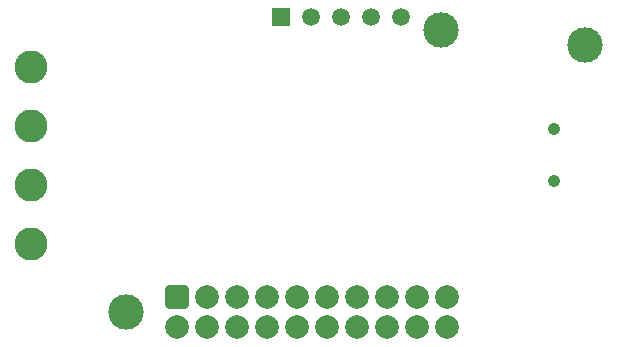
<source format=gbs>
%FSLAX44Y44*%
%MOMM*%
G71*
G01*
G75*
G04 Layer_Color=16711935*
G04:AMPARAMS|DCode=10|XSize=1.05mm|YSize=0.65mm|CornerRadius=0.2015mm|HoleSize=0mm|Usage=FLASHONLY|Rotation=180.000|XOffset=0mm|YOffset=0mm|HoleType=Round|Shape=RoundedRectangle|*
%AMROUNDEDRECTD10*
21,1,1.0500,0.2470,0,0,180.0*
21,1,0.6470,0.6500,0,0,180.0*
1,1,0.4030,-0.3235,0.1235*
1,1,0.4030,0.3235,0.1235*
1,1,0.4030,0.3235,-0.1235*
1,1,0.4030,-0.3235,-0.1235*
%
%ADD10ROUNDEDRECTD10*%
G04:AMPARAMS|DCode=11|XSize=1.45mm|YSize=0.95mm|CornerRadius=0.1995mm|HoleSize=0mm|Usage=FLASHONLY|Rotation=90.000|XOffset=0mm|YOffset=0mm|HoleType=Round|Shape=RoundedRectangle|*
%AMROUNDEDRECTD11*
21,1,1.4500,0.5510,0,0,90.0*
21,1,1.0510,0.9500,0,0,90.0*
1,1,0.3990,0.2755,0.5255*
1,1,0.3990,0.2755,-0.5255*
1,1,0.3990,-0.2755,-0.5255*
1,1,0.3990,-0.2755,0.5255*
%
%ADD11ROUNDEDRECTD11*%
G04:AMPARAMS|DCode=12|XSize=1.45mm|YSize=1.15mm|CornerRadius=0.2013mm|HoleSize=0mm|Usage=FLASHONLY|Rotation=270.000|XOffset=0mm|YOffset=0mm|HoleType=Round|Shape=RoundedRectangle|*
%AMROUNDEDRECTD12*
21,1,1.4500,0.7475,0,0,270.0*
21,1,1.0475,1.1500,0,0,270.0*
1,1,0.4025,-0.3738,-0.5238*
1,1,0.4025,-0.3738,0.5238*
1,1,0.4025,0.3738,0.5238*
1,1,0.4025,0.3738,-0.5238*
%
%ADD12ROUNDEDRECTD12*%
G04:AMPARAMS|DCode=13|XSize=1.45mm|YSize=0.95mm|CornerRadius=0.1995mm|HoleSize=0mm|Usage=FLASHONLY|Rotation=0.000|XOffset=0mm|YOffset=0mm|HoleType=Round|Shape=RoundedRectangle|*
%AMROUNDEDRECTD13*
21,1,1.4500,0.5510,0,0,0.0*
21,1,1.0510,0.9500,0,0,0.0*
1,1,0.3990,0.5255,-0.2755*
1,1,0.3990,-0.5255,-0.2755*
1,1,0.3990,-0.5255,0.2755*
1,1,0.3990,0.5255,0.2755*
%
%ADD13ROUNDEDRECTD13*%
G04:AMPARAMS|DCode=14|XSize=1.1mm|YSize=0.7mm|CornerRadius=0.2345mm|HoleSize=0mm|Usage=FLASHONLY|Rotation=270.000|XOffset=0mm|YOffset=0mm|HoleType=Round|Shape=RoundedRectangle|*
%AMROUNDEDRECTD14*
21,1,1.1000,0.2310,0,0,270.0*
21,1,0.6310,0.7000,0,0,270.0*
1,1,0.4690,-0.1155,-0.3155*
1,1,0.4690,-0.1155,0.3155*
1,1,0.4690,0.1155,0.3155*
1,1,0.4690,0.1155,-0.3155*
%
%ADD14ROUNDEDRECTD14*%
G04:AMPARAMS|DCode=15|XSize=1.1mm|YSize=0.6mm|CornerRadius=0.201mm|HoleSize=0mm|Usage=FLASHONLY|Rotation=270.000|XOffset=0mm|YOffset=0mm|HoleType=Round|Shape=RoundedRectangle|*
%AMROUNDEDRECTD15*
21,1,1.1000,0.1980,0,0,270.0*
21,1,0.6980,0.6000,0,0,270.0*
1,1,0.4020,-0.0990,-0.3490*
1,1,0.4020,-0.0990,0.3490*
1,1,0.4020,0.0990,0.3490*
1,1,0.4020,0.0990,-0.3490*
%
%ADD15ROUNDEDRECTD15*%
G04:AMPARAMS|DCode=16|XSize=2.3mm|YSize=0.5mm|CornerRadius=0.2mm|HoleSize=0mm|Usage=FLASHONLY|Rotation=180.000|XOffset=0mm|YOffset=0mm|HoleType=Round|Shape=RoundedRectangle|*
%AMROUNDEDRECTD16*
21,1,2.3000,0.1000,0,0,180.0*
21,1,1.9000,0.5000,0,0,180.0*
1,1,0.4000,-0.9500,0.0500*
1,1,0.4000,0.9500,0.0500*
1,1,0.4000,0.9500,-0.0500*
1,1,0.4000,-0.9500,-0.0500*
%
%ADD16ROUNDEDRECTD16*%
G04:AMPARAMS|DCode=17|XSize=2.5mm|YSize=2mm|CornerRadius=0.2mm|HoleSize=0mm|Usage=FLASHONLY|Rotation=180.000|XOffset=0mm|YOffset=0mm|HoleType=Round|Shape=RoundedRectangle|*
%AMROUNDEDRECTD17*
21,1,2.5000,1.6000,0,0,180.0*
21,1,2.1000,2.0000,0,0,180.0*
1,1,0.4000,-1.0500,0.8000*
1,1,0.4000,1.0500,0.8000*
1,1,0.4000,1.0500,-0.8000*
1,1,0.4000,-1.0500,-0.8000*
%
%ADD17ROUNDEDRECTD17*%
G04:AMPARAMS|DCode=18|XSize=1.45mm|YSize=1.15mm|CornerRadius=0.2013mm|HoleSize=0mm|Usage=FLASHONLY|Rotation=0.000|XOffset=0mm|YOffset=0mm|HoleType=Round|Shape=RoundedRectangle|*
%AMROUNDEDRECTD18*
21,1,1.4500,0.7475,0,0,0.0*
21,1,1.0475,1.1500,0,0,0.0*
1,1,0.4025,0.5238,-0.3738*
1,1,0.4025,-0.5238,-0.3738*
1,1,0.4025,-0.5238,0.3738*
1,1,0.4025,0.5238,0.3738*
%
%ADD18ROUNDEDRECTD18*%
G04:AMPARAMS|DCode=19|XSize=1.75mm|YSize=1.05mm|CornerRadius=0.1995mm|HoleSize=0mm|Usage=FLASHONLY|Rotation=270.000|XOffset=0mm|YOffset=0mm|HoleType=Round|Shape=RoundedRectangle|*
%AMROUNDEDRECTD19*
21,1,1.7500,0.6510,0,0,270.0*
21,1,1.3510,1.0500,0,0,270.0*
1,1,0.3990,-0.3255,-0.6755*
1,1,0.3990,-0.3255,0.6755*
1,1,0.3990,0.3255,0.6755*
1,1,0.3990,0.3255,-0.6755*
%
%ADD19ROUNDEDRECTD19*%
G04:AMPARAMS|DCode=20|XSize=1.05mm|YSize=0.65mm|CornerRadius=0.2015mm|HoleSize=0mm|Usage=FLASHONLY|Rotation=90.000|XOffset=0mm|YOffset=0mm|HoleType=Round|Shape=RoundedRectangle|*
%AMROUNDEDRECTD20*
21,1,1.0500,0.2470,0,0,90.0*
21,1,0.6470,0.6500,0,0,90.0*
1,1,0.4030,0.1235,0.3235*
1,1,0.4030,0.1235,-0.3235*
1,1,0.4030,-0.1235,-0.3235*
1,1,0.4030,-0.1235,0.3235*
%
%ADD20ROUNDEDRECTD20*%
%ADD21O,1.5500X0.6000*%
G04:AMPARAMS|DCode=22|XSize=1.25mm|YSize=0.6mm|CornerRadius=0.201mm|HoleSize=0mm|Usage=FLASHONLY|Rotation=180.000|XOffset=0mm|YOffset=0mm|HoleType=Round|Shape=RoundedRectangle|*
%AMROUNDEDRECTD22*
21,1,1.2500,0.1980,0,0,180.0*
21,1,0.8480,0.6000,0,0,180.0*
1,1,0.4020,-0.4240,0.0990*
1,1,0.4020,0.4240,0.0990*
1,1,0.4020,0.4240,-0.0990*
1,1,0.4020,-0.4240,-0.0990*
%
%ADD22ROUNDEDRECTD22*%
G04:AMPARAMS|DCode=23|XSize=1mm|YSize=0.75mm|CornerRadius=0.1988mm|HoleSize=0mm|Usage=FLASHONLY|Rotation=180.000|XOffset=0mm|YOffset=0mm|HoleType=Round|Shape=RoundedRectangle|*
%AMROUNDEDRECTD23*
21,1,1.0000,0.3525,0,0,180.0*
21,1,0.6025,0.7500,0,0,180.0*
1,1,0.3975,-0.3013,0.1762*
1,1,0.3975,0.3013,0.1762*
1,1,0.3975,0.3013,-0.1762*
1,1,0.3975,-0.3013,-0.1762*
%
%ADD23ROUNDEDRECTD23*%
%ADD24O,2.0000X0.6000*%
%ADD25C,0.5000*%
%ADD26C,0.2500*%
%ADD27C,0.4000*%
%ADD28C,0.3000*%
%ADD29C,2.8000*%
%ADD30C,0.5000*%
%ADD31C,1.8500*%
G04:AMPARAMS|DCode=32|XSize=1.85mm|YSize=1.85mm|CornerRadius=0.2035mm|HoleSize=0mm|Usage=FLASHONLY|Rotation=0.000|XOffset=0mm|YOffset=0mm|HoleType=Round|Shape=RoundedRectangle|*
%AMROUNDEDRECTD32*
21,1,1.8500,1.4430,0,0,0.0*
21,1,1.4430,1.8500,0,0,0.0*
1,1,0.4070,0.7215,-0.7215*
1,1,0.4070,-0.7215,-0.7215*
1,1,0.4070,-0.7215,0.7215*
1,1,0.4070,0.7215,0.7215*
%
%ADD32ROUNDEDRECTD32*%
%ADD33C,2.6500*%
%ADD34C,1.3000*%
%ADD35R,1.3000X1.3000*%
%ADD36C,1.0000*%
%ADD37C,0.1500*%
%ADD38C,0.2000*%
%ADD39C,0.1000*%
G04:AMPARAMS|DCode=40|XSize=1.2mm|YSize=0.8mm|CornerRadius=0.2765mm|HoleSize=0mm|Usage=FLASHONLY|Rotation=180.000|XOffset=0mm|YOffset=0mm|HoleType=Round|Shape=RoundedRectangle|*
%AMROUNDEDRECTD40*
21,1,1.2000,0.2470,0,0,180.0*
21,1,0.6470,0.8000,0,0,180.0*
1,1,0.5530,-0.3235,0.1235*
1,1,0.5530,0.3235,0.1235*
1,1,0.5530,0.3235,-0.1235*
1,1,0.5530,-0.3235,-0.1235*
%
%ADD40ROUNDEDRECTD40*%
G04:AMPARAMS|DCode=41|XSize=1.6mm|YSize=1.1mm|CornerRadius=0.2745mm|HoleSize=0mm|Usage=FLASHONLY|Rotation=90.000|XOffset=0mm|YOffset=0mm|HoleType=Round|Shape=RoundedRectangle|*
%AMROUNDEDRECTD41*
21,1,1.6000,0.5510,0,0,90.0*
21,1,1.0510,1.1000,0,0,90.0*
1,1,0.5490,0.2755,0.5255*
1,1,0.5490,0.2755,-0.5255*
1,1,0.5490,-0.2755,-0.5255*
1,1,0.5490,-0.2755,0.5255*
%
%ADD41ROUNDEDRECTD41*%
G04:AMPARAMS|DCode=42|XSize=1.6mm|YSize=1.3mm|CornerRadius=0.2763mm|HoleSize=0mm|Usage=FLASHONLY|Rotation=270.000|XOffset=0mm|YOffset=0mm|HoleType=Round|Shape=RoundedRectangle|*
%AMROUNDEDRECTD42*
21,1,1.6000,0.7475,0,0,270.0*
21,1,1.0475,1.3000,0,0,270.0*
1,1,0.5525,-0.3738,-0.5238*
1,1,0.5525,-0.3738,0.5238*
1,1,0.5525,0.3738,0.5238*
1,1,0.5525,0.3738,-0.5238*
%
%ADD42ROUNDEDRECTD42*%
G04:AMPARAMS|DCode=43|XSize=1.6mm|YSize=1.1mm|CornerRadius=0.2745mm|HoleSize=0mm|Usage=FLASHONLY|Rotation=0.000|XOffset=0mm|YOffset=0mm|HoleType=Round|Shape=RoundedRectangle|*
%AMROUNDEDRECTD43*
21,1,1.6000,0.5510,0,0,0.0*
21,1,1.0510,1.1000,0,0,0.0*
1,1,0.5490,0.5255,-0.2755*
1,1,0.5490,-0.5255,-0.2755*
1,1,0.5490,-0.5255,0.2755*
1,1,0.5490,0.5255,0.2755*
%
%ADD43ROUNDEDRECTD43*%
G04:AMPARAMS|DCode=44|XSize=1.25mm|YSize=0.85mm|CornerRadius=0.3095mm|HoleSize=0mm|Usage=FLASHONLY|Rotation=270.000|XOffset=0mm|YOffset=0mm|HoleType=Round|Shape=RoundedRectangle|*
%AMROUNDEDRECTD44*
21,1,1.2500,0.2310,0,0,270.0*
21,1,0.6310,0.8500,0,0,270.0*
1,1,0.6190,-0.1155,-0.3155*
1,1,0.6190,-0.1155,0.3155*
1,1,0.6190,0.1155,0.3155*
1,1,0.6190,0.1155,-0.3155*
%
%ADD44ROUNDEDRECTD44*%
G04:AMPARAMS|DCode=45|XSize=1.25mm|YSize=0.75mm|CornerRadius=0.276mm|HoleSize=0mm|Usage=FLASHONLY|Rotation=270.000|XOffset=0mm|YOffset=0mm|HoleType=Round|Shape=RoundedRectangle|*
%AMROUNDEDRECTD45*
21,1,1.2500,0.1980,0,0,270.0*
21,1,0.6980,0.7500,0,0,270.0*
1,1,0.5520,-0.0990,-0.3490*
1,1,0.5520,-0.0990,0.3490*
1,1,0.5520,0.0990,0.3490*
1,1,0.5520,0.0990,-0.3490*
%
%ADD45ROUNDEDRECTD45*%
G04:AMPARAMS|DCode=46|XSize=2.45mm|YSize=0.65mm|CornerRadius=0.275mm|HoleSize=0mm|Usage=FLASHONLY|Rotation=180.000|XOffset=0mm|YOffset=0mm|HoleType=Round|Shape=RoundedRectangle|*
%AMROUNDEDRECTD46*
21,1,2.4500,0.1000,0,0,180.0*
21,1,1.9000,0.6500,0,0,180.0*
1,1,0.5500,-0.9500,0.0500*
1,1,0.5500,0.9500,0.0500*
1,1,0.5500,0.9500,-0.0500*
1,1,0.5500,-0.9500,-0.0500*
%
%ADD46ROUNDEDRECTD46*%
G04:AMPARAMS|DCode=47|XSize=2.65mm|YSize=2.15mm|CornerRadius=0.275mm|HoleSize=0mm|Usage=FLASHONLY|Rotation=180.000|XOffset=0mm|YOffset=0mm|HoleType=Round|Shape=RoundedRectangle|*
%AMROUNDEDRECTD47*
21,1,2.6500,1.6000,0,0,180.0*
21,1,2.1000,2.1500,0,0,180.0*
1,1,0.5500,-1.0500,0.8000*
1,1,0.5500,1.0500,0.8000*
1,1,0.5500,1.0500,-0.8000*
1,1,0.5500,-1.0500,-0.8000*
%
%ADD47ROUNDEDRECTD47*%
G04:AMPARAMS|DCode=48|XSize=1.6mm|YSize=1.3mm|CornerRadius=0.2763mm|HoleSize=0mm|Usage=FLASHONLY|Rotation=0.000|XOffset=0mm|YOffset=0mm|HoleType=Round|Shape=RoundedRectangle|*
%AMROUNDEDRECTD48*
21,1,1.6000,0.7475,0,0,0.0*
21,1,1.0475,1.3000,0,0,0.0*
1,1,0.5525,0.5238,-0.3738*
1,1,0.5525,-0.5238,-0.3738*
1,1,0.5525,-0.5238,0.3738*
1,1,0.5525,0.5238,0.3738*
%
%ADD48ROUNDEDRECTD48*%
G04:AMPARAMS|DCode=49|XSize=1.9mm|YSize=1.2mm|CornerRadius=0.2745mm|HoleSize=0mm|Usage=FLASHONLY|Rotation=270.000|XOffset=0mm|YOffset=0mm|HoleType=Round|Shape=RoundedRectangle|*
%AMROUNDEDRECTD49*
21,1,1.9000,0.6510,0,0,270.0*
21,1,1.3510,1.2000,0,0,270.0*
1,1,0.5490,-0.3255,-0.6755*
1,1,0.5490,-0.3255,0.6755*
1,1,0.5490,0.3255,0.6755*
1,1,0.5490,0.3255,-0.6755*
%
%ADD49ROUNDEDRECTD49*%
G04:AMPARAMS|DCode=50|XSize=1.2mm|YSize=0.8mm|CornerRadius=0.2765mm|HoleSize=0mm|Usage=FLASHONLY|Rotation=90.000|XOffset=0mm|YOffset=0mm|HoleType=Round|Shape=RoundedRectangle|*
%AMROUNDEDRECTD50*
21,1,1.2000,0.2470,0,0,90.0*
21,1,0.6470,0.8000,0,0,90.0*
1,1,0.5530,0.1235,0.3235*
1,1,0.5530,0.1235,-0.3235*
1,1,0.5530,-0.1235,-0.3235*
1,1,0.5530,-0.1235,0.3235*
%
%ADD50ROUNDEDRECTD50*%
%ADD51O,1.7000X0.7500*%
G04:AMPARAMS|DCode=52|XSize=1.4mm|YSize=0.75mm|CornerRadius=0.276mm|HoleSize=0mm|Usage=FLASHONLY|Rotation=180.000|XOffset=0mm|YOffset=0mm|HoleType=Round|Shape=RoundedRectangle|*
%AMROUNDEDRECTD52*
21,1,1.4000,0.1980,0,0,180.0*
21,1,0.8480,0.7500,0,0,180.0*
1,1,0.5520,-0.4240,0.0990*
1,1,0.5520,0.4240,0.0990*
1,1,0.5520,0.4240,-0.0990*
1,1,0.5520,-0.4240,-0.0990*
%
%ADD52ROUNDEDRECTD52*%
G04:AMPARAMS|DCode=53|XSize=1.15mm|YSize=0.9mm|CornerRadius=0.2737mm|HoleSize=0mm|Usage=FLASHONLY|Rotation=180.000|XOffset=0mm|YOffset=0mm|HoleType=Round|Shape=RoundedRectangle|*
%AMROUNDEDRECTD53*
21,1,1.1500,0.3525,0,0,180.0*
21,1,0.6025,0.9000,0,0,180.0*
1,1,0.5475,-0.3013,0.1762*
1,1,0.5475,0.3013,0.1762*
1,1,0.5475,0.3013,-0.1762*
1,1,0.5475,-0.3013,-0.1762*
%
%ADD53ROUNDEDRECTD53*%
%ADD54O,2.1500X0.7500*%
%ADD55C,3.0032*%
%ADD56C,1.0500*%
%ADD57C,2.0000*%
G04:AMPARAMS|DCode=58|XSize=2mm|YSize=2mm|CornerRadius=0.2785mm|HoleSize=0mm|Usage=FLASHONLY|Rotation=0.000|XOffset=0mm|YOffset=0mm|HoleType=Round|Shape=RoundedRectangle|*
%AMROUNDEDRECTD58*
21,1,2.0000,1.4430,0,0,0.0*
21,1,1.4430,2.0000,0,0,0.0*
1,1,0.5570,0.7215,-0.7215*
1,1,0.5570,-0.7215,-0.7215*
1,1,0.5570,-0.7215,0.7215*
1,1,0.5570,0.7215,0.7215*
%
%ADD58ROUNDEDRECTD58*%
%ADD59C,2.8000*%
%ADD60C,1.5032*%
%ADD61R,1.5032X1.5032*%
D55*
X494000Y253500D02*
D03*
X372000Y266000D02*
D03*
X105500Y27500D02*
D03*
D56*
X467500Y138000D02*
D03*
Y182000D02*
D03*
D57*
X376800Y14800D02*
D03*
Y40200D02*
D03*
X351400Y14800D02*
D03*
Y40200D02*
D03*
X326000Y14800D02*
D03*
Y40200D02*
D03*
X300600Y14800D02*
D03*
Y40200D02*
D03*
X275200Y14800D02*
D03*
Y40200D02*
D03*
X249800Y14800D02*
D03*
Y40200D02*
D03*
X224400Y14800D02*
D03*
Y40200D02*
D03*
X199000Y14800D02*
D03*
Y40200D02*
D03*
X173600Y14800D02*
D03*
Y40200D02*
D03*
X148200Y14800D02*
D03*
D58*
Y40200D02*
D03*
D59*
X25000Y235000D02*
D03*
Y185000D02*
D03*
Y135000D02*
D03*
Y85000D02*
D03*
D60*
X338250Y277500D02*
D03*
X312750D02*
D03*
X287250D02*
D03*
X262250D02*
D03*
D61*
X236750D02*
D03*
M02*

</source>
